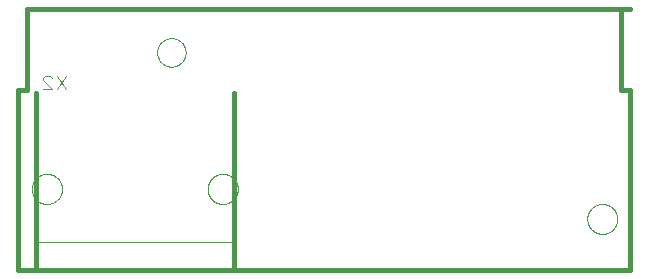
<source format=gbo>
G75*
%MOIN*%
%OFA0B0*%
%FSLAX25Y25*%
%IPPOS*%
%LPD*%
%AMOC8*
5,1,8,0,0,1.08239X$1,22.5*
%
%ADD10C,0.01600*%
%ADD11C,0.00000*%
%ADD12C,0.00400*%
D10*
X0001800Y0001800D02*
X0205800Y0001800D01*
X0205800Y0061800D01*
X0202800Y0061800D01*
X0202800Y0088800D01*
X0205800Y0088800D01*
X0202800Y0088800D02*
X0004800Y0088800D01*
X0004800Y0061800D01*
X0001800Y0061800D01*
X0001800Y0001800D01*
X0007800Y0002800D02*
X0007800Y0060800D01*
X0073800Y0060800D02*
X0073800Y0001800D01*
D11*
X0074391Y0011005D02*
X0007209Y0011005D01*
X0006489Y0028800D02*
X0006491Y0028941D01*
X0006497Y0029083D01*
X0006507Y0029224D01*
X0006521Y0029365D01*
X0006539Y0029505D01*
X0006561Y0029645D01*
X0006586Y0029784D01*
X0006616Y0029922D01*
X0006650Y0030059D01*
X0006687Y0030196D01*
X0006728Y0030331D01*
X0006773Y0030465D01*
X0006822Y0030598D01*
X0006875Y0030729D01*
X0006931Y0030859D01*
X0006991Y0030987D01*
X0007054Y0031114D01*
X0007121Y0031238D01*
X0007191Y0031361D01*
X0007265Y0031481D01*
X0007342Y0031600D01*
X0007423Y0031716D01*
X0007507Y0031830D01*
X0007594Y0031942D01*
X0007684Y0032051D01*
X0007777Y0032157D01*
X0007873Y0032261D01*
X0007972Y0032362D01*
X0008074Y0032460D01*
X0008178Y0032556D01*
X0008285Y0032648D01*
X0008395Y0032737D01*
X0008507Y0032824D01*
X0008622Y0032907D01*
X0008738Y0032986D01*
X0008857Y0033063D01*
X0008979Y0033136D01*
X0009102Y0033205D01*
X0009227Y0033271D01*
X0009354Y0033334D01*
X0009482Y0033393D01*
X0009612Y0033448D01*
X0009744Y0033500D01*
X0009877Y0033547D01*
X0010012Y0033591D01*
X0010147Y0033632D01*
X0010284Y0033668D01*
X0010422Y0033701D01*
X0010560Y0033729D01*
X0010699Y0033754D01*
X0010839Y0033775D01*
X0010980Y0033792D01*
X0011120Y0033805D01*
X0011262Y0033814D01*
X0011403Y0033819D01*
X0011544Y0033820D01*
X0011686Y0033817D01*
X0011827Y0033810D01*
X0011968Y0033799D01*
X0012109Y0033784D01*
X0012249Y0033765D01*
X0012388Y0033742D01*
X0012527Y0033716D01*
X0012665Y0033685D01*
X0012803Y0033650D01*
X0012939Y0033612D01*
X0013074Y0033570D01*
X0013207Y0033524D01*
X0013340Y0033474D01*
X0013471Y0033421D01*
X0013600Y0033364D01*
X0013728Y0033303D01*
X0013854Y0033239D01*
X0013978Y0033171D01*
X0014100Y0033100D01*
X0014220Y0033025D01*
X0014338Y0032947D01*
X0014454Y0032865D01*
X0014567Y0032781D01*
X0014678Y0032693D01*
X0014787Y0032602D01*
X0014892Y0032508D01*
X0014996Y0032412D01*
X0015096Y0032312D01*
X0015193Y0032210D01*
X0015288Y0032104D01*
X0015380Y0031997D01*
X0015468Y0031886D01*
X0015554Y0031774D01*
X0015636Y0031658D01*
X0015715Y0031541D01*
X0015790Y0031421D01*
X0015862Y0031300D01*
X0015931Y0031176D01*
X0015996Y0031051D01*
X0016058Y0030923D01*
X0016116Y0030794D01*
X0016170Y0030664D01*
X0016221Y0030532D01*
X0016268Y0030398D01*
X0016311Y0030264D01*
X0016350Y0030128D01*
X0016386Y0029991D01*
X0016417Y0029853D01*
X0016445Y0029714D01*
X0016469Y0029575D01*
X0016489Y0029435D01*
X0016505Y0029294D01*
X0016517Y0029153D01*
X0016525Y0029012D01*
X0016529Y0028871D01*
X0016529Y0028729D01*
X0016525Y0028588D01*
X0016517Y0028447D01*
X0016505Y0028306D01*
X0016489Y0028165D01*
X0016469Y0028025D01*
X0016445Y0027886D01*
X0016417Y0027747D01*
X0016386Y0027609D01*
X0016350Y0027472D01*
X0016311Y0027336D01*
X0016268Y0027202D01*
X0016221Y0027068D01*
X0016170Y0026936D01*
X0016116Y0026806D01*
X0016058Y0026677D01*
X0015996Y0026549D01*
X0015931Y0026424D01*
X0015862Y0026300D01*
X0015790Y0026179D01*
X0015715Y0026059D01*
X0015636Y0025942D01*
X0015554Y0025826D01*
X0015468Y0025714D01*
X0015380Y0025603D01*
X0015288Y0025496D01*
X0015193Y0025390D01*
X0015096Y0025288D01*
X0014996Y0025188D01*
X0014892Y0025092D01*
X0014787Y0024998D01*
X0014678Y0024907D01*
X0014567Y0024819D01*
X0014454Y0024735D01*
X0014338Y0024653D01*
X0014220Y0024575D01*
X0014100Y0024500D01*
X0013978Y0024429D01*
X0013854Y0024361D01*
X0013728Y0024297D01*
X0013600Y0024236D01*
X0013471Y0024179D01*
X0013340Y0024126D01*
X0013207Y0024076D01*
X0013074Y0024030D01*
X0012939Y0023988D01*
X0012803Y0023950D01*
X0012665Y0023915D01*
X0012527Y0023884D01*
X0012388Y0023858D01*
X0012249Y0023835D01*
X0012109Y0023816D01*
X0011968Y0023801D01*
X0011827Y0023790D01*
X0011686Y0023783D01*
X0011544Y0023780D01*
X0011403Y0023781D01*
X0011262Y0023786D01*
X0011120Y0023795D01*
X0010980Y0023808D01*
X0010839Y0023825D01*
X0010699Y0023846D01*
X0010560Y0023871D01*
X0010422Y0023899D01*
X0010284Y0023932D01*
X0010147Y0023968D01*
X0010012Y0024009D01*
X0009877Y0024053D01*
X0009744Y0024100D01*
X0009612Y0024152D01*
X0009482Y0024207D01*
X0009354Y0024266D01*
X0009227Y0024329D01*
X0009102Y0024395D01*
X0008979Y0024464D01*
X0008857Y0024537D01*
X0008738Y0024614D01*
X0008622Y0024693D01*
X0008507Y0024776D01*
X0008395Y0024863D01*
X0008285Y0024952D01*
X0008178Y0025044D01*
X0008074Y0025140D01*
X0007972Y0025238D01*
X0007873Y0025339D01*
X0007777Y0025443D01*
X0007684Y0025549D01*
X0007594Y0025658D01*
X0007507Y0025770D01*
X0007423Y0025884D01*
X0007342Y0026000D01*
X0007265Y0026119D01*
X0007191Y0026239D01*
X0007121Y0026362D01*
X0007054Y0026486D01*
X0006991Y0026613D01*
X0006931Y0026741D01*
X0006875Y0026871D01*
X0006822Y0027002D01*
X0006773Y0027135D01*
X0006728Y0027269D01*
X0006687Y0027404D01*
X0006650Y0027541D01*
X0006616Y0027678D01*
X0006586Y0027816D01*
X0006561Y0027955D01*
X0006539Y0028095D01*
X0006521Y0028235D01*
X0006507Y0028376D01*
X0006497Y0028517D01*
X0006491Y0028659D01*
X0006489Y0028800D01*
X0065071Y0028800D02*
X0065073Y0028941D01*
X0065079Y0029083D01*
X0065089Y0029224D01*
X0065103Y0029365D01*
X0065121Y0029505D01*
X0065143Y0029645D01*
X0065168Y0029784D01*
X0065198Y0029922D01*
X0065232Y0030059D01*
X0065269Y0030196D01*
X0065310Y0030331D01*
X0065355Y0030465D01*
X0065404Y0030598D01*
X0065457Y0030729D01*
X0065513Y0030859D01*
X0065573Y0030987D01*
X0065636Y0031114D01*
X0065703Y0031238D01*
X0065773Y0031361D01*
X0065847Y0031481D01*
X0065924Y0031600D01*
X0066005Y0031716D01*
X0066089Y0031830D01*
X0066176Y0031942D01*
X0066266Y0032051D01*
X0066359Y0032157D01*
X0066455Y0032261D01*
X0066554Y0032362D01*
X0066656Y0032460D01*
X0066760Y0032556D01*
X0066867Y0032648D01*
X0066977Y0032737D01*
X0067089Y0032824D01*
X0067204Y0032907D01*
X0067320Y0032986D01*
X0067439Y0033063D01*
X0067561Y0033136D01*
X0067684Y0033205D01*
X0067809Y0033271D01*
X0067936Y0033334D01*
X0068064Y0033393D01*
X0068194Y0033448D01*
X0068326Y0033500D01*
X0068459Y0033547D01*
X0068594Y0033591D01*
X0068729Y0033632D01*
X0068866Y0033668D01*
X0069004Y0033701D01*
X0069142Y0033729D01*
X0069281Y0033754D01*
X0069421Y0033775D01*
X0069562Y0033792D01*
X0069702Y0033805D01*
X0069844Y0033814D01*
X0069985Y0033819D01*
X0070126Y0033820D01*
X0070268Y0033817D01*
X0070409Y0033810D01*
X0070550Y0033799D01*
X0070691Y0033784D01*
X0070831Y0033765D01*
X0070970Y0033742D01*
X0071109Y0033716D01*
X0071247Y0033685D01*
X0071385Y0033650D01*
X0071521Y0033612D01*
X0071656Y0033570D01*
X0071789Y0033524D01*
X0071922Y0033474D01*
X0072053Y0033421D01*
X0072182Y0033364D01*
X0072310Y0033303D01*
X0072436Y0033239D01*
X0072560Y0033171D01*
X0072682Y0033100D01*
X0072802Y0033025D01*
X0072920Y0032947D01*
X0073036Y0032865D01*
X0073149Y0032781D01*
X0073260Y0032693D01*
X0073369Y0032602D01*
X0073474Y0032508D01*
X0073578Y0032412D01*
X0073678Y0032312D01*
X0073775Y0032210D01*
X0073870Y0032104D01*
X0073962Y0031997D01*
X0074050Y0031886D01*
X0074136Y0031774D01*
X0074218Y0031658D01*
X0074297Y0031541D01*
X0074372Y0031421D01*
X0074444Y0031300D01*
X0074513Y0031176D01*
X0074578Y0031051D01*
X0074640Y0030923D01*
X0074698Y0030794D01*
X0074752Y0030664D01*
X0074803Y0030532D01*
X0074850Y0030398D01*
X0074893Y0030264D01*
X0074932Y0030128D01*
X0074968Y0029991D01*
X0074999Y0029853D01*
X0075027Y0029714D01*
X0075051Y0029575D01*
X0075071Y0029435D01*
X0075087Y0029294D01*
X0075099Y0029153D01*
X0075107Y0029012D01*
X0075111Y0028871D01*
X0075111Y0028729D01*
X0075107Y0028588D01*
X0075099Y0028447D01*
X0075087Y0028306D01*
X0075071Y0028165D01*
X0075051Y0028025D01*
X0075027Y0027886D01*
X0074999Y0027747D01*
X0074968Y0027609D01*
X0074932Y0027472D01*
X0074893Y0027336D01*
X0074850Y0027202D01*
X0074803Y0027068D01*
X0074752Y0026936D01*
X0074698Y0026806D01*
X0074640Y0026677D01*
X0074578Y0026549D01*
X0074513Y0026424D01*
X0074444Y0026300D01*
X0074372Y0026179D01*
X0074297Y0026059D01*
X0074218Y0025942D01*
X0074136Y0025826D01*
X0074050Y0025714D01*
X0073962Y0025603D01*
X0073870Y0025496D01*
X0073775Y0025390D01*
X0073678Y0025288D01*
X0073578Y0025188D01*
X0073474Y0025092D01*
X0073369Y0024998D01*
X0073260Y0024907D01*
X0073149Y0024819D01*
X0073036Y0024735D01*
X0072920Y0024653D01*
X0072802Y0024575D01*
X0072682Y0024500D01*
X0072560Y0024429D01*
X0072436Y0024361D01*
X0072310Y0024297D01*
X0072182Y0024236D01*
X0072053Y0024179D01*
X0071922Y0024126D01*
X0071789Y0024076D01*
X0071656Y0024030D01*
X0071521Y0023988D01*
X0071385Y0023950D01*
X0071247Y0023915D01*
X0071109Y0023884D01*
X0070970Y0023858D01*
X0070831Y0023835D01*
X0070691Y0023816D01*
X0070550Y0023801D01*
X0070409Y0023790D01*
X0070268Y0023783D01*
X0070126Y0023780D01*
X0069985Y0023781D01*
X0069844Y0023786D01*
X0069702Y0023795D01*
X0069562Y0023808D01*
X0069421Y0023825D01*
X0069281Y0023846D01*
X0069142Y0023871D01*
X0069004Y0023899D01*
X0068866Y0023932D01*
X0068729Y0023968D01*
X0068594Y0024009D01*
X0068459Y0024053D01*
X0068326Y0024100D01*
X0068194Y0024152D01*
X0068064Y0024207D01*
X0067936Y0024266D01*
X0067809Y0024329D01*
X0067684Y0024395D01*
X0067561Y0024464D01*
X0067439Y0024537D01*
X0067320Y0024614D01*
X0067204Y0024693D01*
X0067089Y0024776D01*
X0066977Y0024863D01*
X0066867Y0024952D01*
X0066760Y0025044D01*
X0066656Y0025140D01*
X0066554Y0025238D01*
X0066455Y0025339D01*
X0066359Y0025443D01*
X0066266Y0025549D01*
X0066176Y0025658D01*
X0066089Y0025770D01*
X0066005Y0025884D01*
X0065924Y0026000D01*
X0065847Y0026119D01*
X0065773Y0026239D01*
X0065703Y0026362D01*
X0065636Y0026486D01*
X0065573Y0026613D01*
X0065513Y0026741D01*
X0065457Y0026871D01*
X0065404Y0027002D01*
X0065355Y0027135D01*
X0065310Y0027269D01*
X0065269Y0027404D01*
X0065232Y0027541D01*
X0065198Y0027678D01*
X0065168Y0027816D01*
X0065143Y0027955D01*
X0065121Y0028095D01*
X0065103Y0028235D01*
X0065089Y0028376D01*
X0065079Y0028517D01*
X0065073Y0028659D01*
X0065071Y0028800D01*
X0048250Y0074300D02*
X0048252Y0074438D01*
X0048258Y0074575D01*
X0048268Y0074712D01*
X0048282Y0074849D01*
X0048300Y0074985D01*
X0048322Y0075121D01*
X0048347Y0075256D01*
X0048377Y0075390D01*
X0048410Y0075524D01*
X0048448Y0075656D01*
X0048489Y0075787D01*
X0048534Y0075917D01*
X0048583Y0076046D01*
X0048635Y0076173D01*
X0048691Y0076299D01*
X0048751Y0076423D01*
X0048814Y0076545D01*
X0048881Y0076665D01*
X0048951Y0076783D01*
X0049024Y0076900D01*
X0049101Y0077014D01*
X0049182Y0077125D01*
X0049265Y0077235D01*
X0049351Y0077342D01*
X0049441Y0077446D01*
X0049534Y0077548D01*
X0049629Y0077647D01*
X0049727Y0077743D01*
X0049828Y0077836D01*
X0049932Y0077926D01*
X0050038Y0078014D01*
X0050147Y0078098D01*
X0050258Y0078179D01*
X0050372Y0078257D01*
X0050487Y0078331D01*
X0050605Y0078402D01*
X0050725Y0078470D01*
X0050847Y0078534D01*
X0050970Y0078594D01*
X0051095Y0078651D01*
X0051222Y0078705D01*
X0051350Y0078754D01*
X0051480Y0078800D01*
X0051611Y0078842D01*
X0051743Y0078881D01*
X0051876Y0078915D01*
X0052010Y0078946D01*
X0052145Y0078972D01*
X0052281Y0078995D01*
X0052417Y0079014D01*
X0052554Y0079029D01*
X0052691Y0079040D01*
X0052828Y0079047D01*
X0052966Y0079050D01*
X0053103Y0079049D01*
X0053241Y0079044D01*
X0053378Y0079035D01*
X0053515Y0079022D01*
X0053651Y0079005D01*
X0053787Y0078984D01*
X0053922Y0078960D01*
X0054057Y0078931D01*
X0054191Y0078898D01*
X0054323Y0078862D01*
X0054455Y0078822D01*
X0054585Y0078778D01*
X0054714Y0078730D01*
X0054842Y0078678D01*
X0054968Y0078623D01*
X0055092Y0078565D01*
X0055214Y0078502D01*
X0055335Y0078436D01*
X0055454Y0078367D01*
X0055571Y0078294D01*
X0055685Y0078218D01*
X0055798Y0078139D01*
X0055908Y0078056D01*
X0056015Y0077970D01*
X0056120Y0077882D01*
X0056222Y0077790D01*
X0056322Y0077695D01*
X0056419Y0077597D01*
X0056513Y0077497D01*
X0056604Y0077394D01*
X0056692Y0077288D01*
X0056777Y0077180D01*
X0056859Y0077070D01*
X0056938Y0076957D01*
X0057013Y0076842D01*
X0057085Y0076724D01*
X0057153Y0076605D01*
X0057218Y0076484D01*
X0057280Y0076361D01*
X0057337Y0076236D01*
X0057392Y0076110D01*
X0057442Y0075982D01*
X0057489Y0075853D01*
X0057532Y0075722D01*
X0057571Y0075590D01*
X0057607Y0075457D01*
X0057638Y0075323D01*
X0057666Y0075189D01*
X0057690Y0075053D01*
X0057710Y0074917D01*
X0057726Y0074781D01*
X0057738Y0074644D01*
X0057746Y0074506D01*
X0057750Y0074369D01*
X0057750Y0074231D01*
X0057746Y0074094D01*
X0057738Y0073956D01*
X0057726Y0073819D01*
X0057710Y0073683D01*
X0057690Y0073547D01*
X0057666Y0073411D01*
X0057638Y0073277D01*
X0057607Y0073143D01*
X0057571Y0073010D01*
X0057532Y0072878D01*
X0057489Y0072747D01*
X0057442Y0072618D01*
X0057392Y0072490D01*
X0057337Y0072364D01*
X0057280Y0072239D01*
X0057218Y0072116D01*
X0057153Y0071995D01*
X0057085Y0071876D01*
X0057013Y0071758D01*
X0056938Y0071643D01*
X0056859Y0071530D01*
X0056777Y0071420D01*
X0056692Y0071312D01*
X0056604Y0071206D01*
X0056513Y0071103D01*
X0056419Y0071003D01*
X0056322Y0070905D01*
X0056222Y0070810D01*
X0056120Y0070718D01*
X0056015Y0070630D01*
X0055908Y0070544D01*
X0055798Y0070461D01*
X0055685Y0070382D01*
X0055571Y0070306D01*
X0055454Y0070233D01*
X0055335Y0070164D01*
X0055214Y0070098D01*
X0055092Y0070035D01*
X0054968Y0069977D01*
X0054842Y0069922D01*
X0054714Y0069870D01*
X0054585Y0069822D01*
X0054455Y0069778D01*
X0054323Y0069738D01*
X0054191Y0069702D01*
X0054057Y0069669D01*
X0053922Y0069640D01*
X0053787Y0069616D01*
X0053651Y0069595D01*
X0053515Y0069578D01*
X0053378Y0069565D01*
X0053241Y0069556D01*
X0053103Y0069551D01*
X0052966Y0069550D01*
X0052828Y0069553D01*
X0052691Y0069560D01*
X0052554Y0069571D01*
X0052417Y0069586D01*
X0052281Y0069605D01*
X0052145Y0069628D01*
X0052010Y0069654D01*
X0051876Y0069685D01*
X0051743Y0069719D01*
X0051611Y0069758D01*
X0051480Y0069800D01*
X0051350Y0069846D01*
X0051222Y0069895D01*
X0051095Y0069949D01*
X0050970Y0070006D01*
X0050847Y0070066D01*
X0050725Y0070130D01*
X0050605Y0070198D01*
X0050487Y0070269D01*
X0050372Y0070343D01*
X0050258Y0070421D01*
X0050147Y0070502D01*
X0050038Y0070586D01*
X0049932Y0070674D01*
X0049828Y0070764D01*
X0049727Y0070857D01*
X0049629Y0070953D01*
X0049534Y0071052D01*
X0049441Y0071154D01*
X0049351Y0071258D01*
X0049265Y0071365D01*
X0049182Y0071475D01*
X0049101Y0071586D01*
X0049024Y0071700D01*
X0048951Y0071817D01*
X0048881Y0071935D01*
X0048814Y0072055D01*
X0048751Y0072177D01*
X0048691Y0072301D01*
X0048635Y0072427D01*
X0048583Y0072554D01*
X0048534Y0072683D01*
X0048489Y0072813D01*
X0048448Y0072944D01*
X0048410Y0073076D01*
X0048377Y0073210D01*
X0048347Y0073344D01*
X0048322Y0073479D01*
X0048300Y0073615D01*
X0048282Y0073751D01*
X0048268Y0073888D01*
X0048258Y0074025D01*
X0048252Y0074162D01*
X0048250Y0074300D01*
X0191600Y0018800D02*
X0191602Y0018941D01*
X0191608Y0019082D01*
X0191618Y0019222D01*
X0191632Y0019362D01*
X0191650Y0019502D01*
X0191671Y0019641D01*
X0191697Y0019780D01*
X0191726Y0019918D01*
X0191760Y0020054D01*
X0191797Y0020190D01*
X0191838Y0020325D01*
X0191883Y0020459D01*
X0191932Y0020591D01*
X0191984Y0020722D01*
X0192040Y0020851D01*
X0192100Y0020978D01*
X0192163Y0021104D01*
X0192229Y0021228D01*
X0192300Y0021351D01*
X0192373Y0021471D01*
X0192450Y0021589D01*
X0192530Y0021705D01*
X0192614Y0021818D01*
X0192700Y0021929D01*
X0192790Y0022038D01*
X0192883Y0022144D01*
X0192978Y0022247D01*
X0193077Y0022348D01*
X0193178Y0022446D01*
X0193282Y0022541D01*
X0193389Y0022633D01*
X0193498Y0022722D01*
X0193610Y0022807D01*
X0193724Y0022890D01*
X0193840Y0022970D01*
X0193959Y0023046D01*
X0194080Y0023118D01*
X0194202Y0023188D01*
X0194327Y0023253D01*
X0194453Y0023316D01*
X0194581Y0023374D01*
X0194711Y0023429D01*
X0194842Y0023481D01*
X0194975Y0023528D01*
X0195109Y0023572D01*
X0195244Y0023613D01*
X0195380Y0023649D01*
X0195517Y0023681D01*
X0195655Y0023710D01*
X0195793Y0023735D01*
X0195933Y0023755D01*
X0196073Y0023772D01*
X0196213Y0023785D01*
X0196354Y0023794D01*
X0196494Y0023799D01*
X0196635Y0023800D01*
X0196776Y0023797D01*
X0196917Y0023790D01*
X0197057Y0023779D01*
X0197197Y0023764D01*
X0197337Y0023745D01*
X0197476Y0023723D01*
X0197614Y0023696D01*
X0197752Y0023666D01*
X0197888Y0023631D01*
X0198024Y0023593D01*
X0198158Y0023551D01*
X0198292Y0023505D01*
X0198424Y0023456D01*
X0198554Y0023402D01*
X0198683Y0023345D01*
X0198810Y0023285D01*
X0198936Y0023221D01*
X0199059Y0023153D01*
X0199181Y0023082D01*
X0199301Y0023008D01*
X0199418Y0022930D01*
X0199533Y0022849D01*
X0199646Y0022765D01*
X0199757Y0022678D01*
X0199865Y0022587D01*
X0199970Y0022494D01*
X0200073Y0022397D01*
X0200173Y0022298D01*
X0200270Y0022196D01*
X0200364Y0022091D01*
X0200455Y0021984D01*
X0200543Y0021874D01*
X0200628Y0021762D01*
X0200710Y0021647D01*
X0200789Y0021530D01*
X0200864Y0021411D01*
X0200936Y0021290D01*
X0201004Y0021167D01*
X0201069Y0021042D01*
X0201131Y0020915D01*
X0201188Y0020786D01*
X0201243Y0020656D01*
X0201293Y0020525D01*
X0201340Y0020392D01*
X0201383Y0020258D01*
X0201422Y0020122D01*
X0201457Y0019986D01*
X0201489Y0019849D01*
X0201516Y0019711D01*
X0201540Y0019572D01*
X0201560Y0019432D01*
X0201576Y0019292D01*
X0201588Y0019152D01*
X0201596Y0019011D01*
X0201600Y0018870D01*
X0201600Y0018730D01*
X0201596Y0018589D01*
X0201588Y0018448D01*
X0201576Y0018308D01*
X0201560Y0018168D01*
X0201540Y0018028D01*
X0201516Y0017889D01*
X0201489Y0017751D01*
X0201457Y0017614D01*
X0201422Y0017478D01*
X0201383Y0017342D01*
X0201340Y0017208D01*
X0201293Y0017075D01*
X0201243Y0016944D01*
X0201188Y0016814D01*
X0201131Y0016685D01*
X0201069Y0016558D01*
X0201004Y0016433D01*
X0200936Y0016310D01*
X0200864Y0016189D01*
X0200789Y0016070D01*
X0200710Y0015953D01*
X0200628Y0015838D01*
X0200543Y0015726D01*
X0200455Y0015616D01*
X0200364Y0015509D01*
X0200270Y0015404D01*
X0200173Y0015302D01*
X0200073Y0015203D01*
X0199970Y0015106D01*
X0199865Y0015013D01*
X0199757Y0014922D01*
X0199646Y0014835D01*
X0199533Y0014751D01*
X0199418Y0014670D01*
X0199301Y0014592D01*
X0199181Y0014518D01*
X0199059Y0014447D01*
X0198936Y0014379D01*
X0198810Y0014315D01*
X0198683Y0014255D01*
X0198554Y0014198D01*
X0198424Y0014144D01*
X0198292Y0014095D01*
X0198158Y0014049D01*
X0198024Y0014007D01*
X0197888Y0013969D01*
X0197752Y0013934D01*
X0197614Y0013904D01*
X0197476Y0013877D01*
X0197337Y0013855D01*
X0197197Y0013836D01*
X0197057Y0013821D01*
X0196917Y0013810D01*
X0196776Y0013803D01*
X0196635Y0013800D01*
X0196494Y0013801D01*
X0196354Y0013806D01*
X0196213Y0013815D01*
X0196073Y0013828D01*
X0195933Y0013845D01*
X0195793Y0013865D01*
X0195655Y0013890D01*
X0195517Y0013919D01*
X0195380Y0013951D01*
X0195244Y0013987D01*
X0195109Y0014028D01*
X0194975Y0014072D01*
X0194842Y0014119D01*
X0194711Y0014171D01*
X0194581Y0014226D01*
X0194453Y0014284D01*
X0194327Y0014347D01*
X0194202Y0014412D01*
X0194080Y0014482D01*
X0193959Y0014554D01*
X0193840Y0014630D01*
X0193724Y0014710D01*
X0193610Y0014793D01*
X0193498Y0014878D01*
X0193389Y0014967D01*
X0193282Y0015059D01*
X0193178Y0015154D01*
X0193077Y0015252D01*
X0192978Y0015353D01*
X0192883Y0015456D01*
X0192790Y0015562D01*
X0192700Y0015671D01*
X0192614Y0015782D01*
X0192530Y0015895D01*
X0192450Y0016011D01*
X0192373Y0016129D01*
X0192300Y0016249D01*
X0192229Y0016372D01*
X0192163Y0016496D01*
X0192100Y0016622D01*
X0192040Y0016749D01*
X0191984Y0016878D01*
X0191932Y0017009D01*
X0191883Y0017141D01*
X0191838Y0017275D01*
X0191797Y0017410D01*
X0191760Y0017546D01*
X0191726Y0017682D01*
X0191697Y0017820D01*
X0191671Y0017959D01*
X0191650Y0018098D01*
X0191632Y0018238D01*
X0191618Y0018378D01*
X0191608Y0018518D01*
X0191602Y0018659D01*
X0191600Y0018800D01*
D12*
X0017808Y0062000D02*
X0014739Y0066604D01*
X0013204Y0065837D02*
X0012437Y0066604D01*
X0010902Y0066604D01*
X0010135Y0065837D01*
X0010135Y0065069D01*
X0013204Y0062000D01*
X0010135Y0062000D01*
X0014739Y0062000D02*
X0017808Y0066604D01*
M02*

</source>
